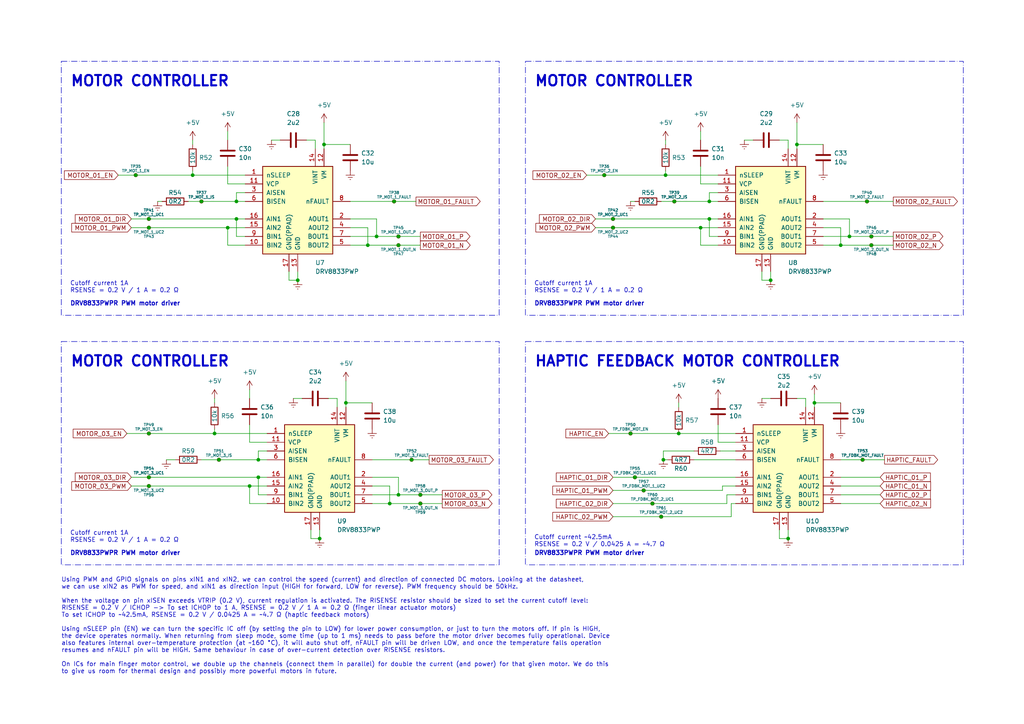
<source format=kicad_sch>
(kicad_sch (version 20231120) (generator "eeschema") (generator_version "8.0")
  (paper "A4")
  (title_block (title "OpenHand prosthetic hand controller project") (date "2024-01-31") (rev "v1.0") (comment 1 "Aleksa Heler"))
  (lib_symbols
    (symbol "Connector:TestPoint_Small" (pin_numbers hide) (pin_names (offset 0.762) hide)
      (property "Reference" "TP" (at 0 3.81 0))
      (property "Value" "TestPoint_Small" (at 0 2.032 0))
      (symbol "TestPoint_Small_0_1"
        (circle (center 0 0) (radius 0.508))
      )
      (symbol "TestPoint_Small_1_1"
        (pin passive line (at 0 0 90) (length 0) (name "1") (number "1"))
      )
    )
    (symbol "Device:C" (pin_numbers hide) (pin_names (offset 0.254))
      (property "Reference" "C" (at 0.635 2.54 0))
      (property "Value" "C" (at 0.635 -2.54 0))
      (symbol "C_0_1"
        (polyline (pts (xy -2.032 -0.762) (xy 2.032 -0.762)) (stroke (width 0.508)))
        (polyline (pts (xy -2.032 0.762) (xy 2.032 0.762)) (stroke (width 0.508)))
      )
      (symbol "C_1_1"
        (pin passive line (at 0 3.81 270) (length 2.794) (name "~") (number "1"))
        (pin passive line (at 0 -3.81 90) (length 2.794) (name "~") (number "2"))
      )
    )
    (symbol "Device:R" (pin_numbers hide) (pin_names (offset 0))
      (property "Reference" "R" (at 2.032 0 90))
      (property "Value" "R" (at 0 0 90))
      (symbol "R_0_1"
        (rectangle (start -1.016 -2.54) (end 1.016 2.54) (stroke (width 0.254)))
      )
      (symbol "R_1_1"
        (pin passive line (at 0 3.81 270) (length 1.27) (name "~") (number "1"))
        (pin passive line (at 0 -3.81 90) (length 1.27) (name "~") (number "2"))
      )
    )
    (symbol "Driver_Motor:DRV8833PWP" (pin_names (offset 1.016))
      (property "Reference" "U" (at -3.81 16.51 0))
      (property "Value" "DRV8833PWP" (at -3.81 13.97 0))
      (symbol "DRV8833PWP_0_1"
        (rectangle (start -10.16 12.7) (end 10.16 -12.7) (stroke (width 0.254)) (fill (type background)))
      )
      (symbol "DRV8833PWP_1_1"
        (pin input line (at -15.24 10.16 0) (length 5.08) (name "nSLEEP") (number "1"))
        (pin input line (at -15.24 -10.16 0) (length 5.08) (name "BIN2") (number "10"))
        (pin bidirectional line (at -15.24 7.62 0) (length 5.08) (name "VCP") (number "11"))
        (pin power_in line (at 7.62 17.78 270) (length 5.08) (name "VM") (number "12"))
        (pin power_in line (at 0 -17.78 90) (length 5.08) (name "GND") (number "13"))
        (pin power_in line (at 5.08 17.78 270) (length 5.08) (name "VINT") (number "14"))
        (pin input line (at -15.24 -5.08 0) (length 5.08) (name "AIN2") (number "15"))
        (pin input line (at -15.24 -2.54 0) (length 5.08) (name "AIN1") (number "16"))
        (pin power_in line (at -2.54 -17.78 90) (length 5.08) (name "GND(PPAD)") (number "17"))
        (pin power_out line (at 15.24 -2.54 180) (length 5.08) (name "AOUT1") (number "2"))
        (pin bidirectional line (at -15.24 5.08 0) (length 5.08) (name "AISEN") (number "3"))
        (pin power_out line (at 15.24 -5.08 180) (length 5.08) (name "AOUT2") (number "4"))
        (pin power_out line (at 15.24 -10.16 180) (length 5.08) (name "BOUT2") (number "5"))
        (pin bidirectional line (at -15.24 2.54 0) (length 5.08) (name "BISEN") (number "6"))
        (pin power_out line (at 15.24 -7.62 180) (length 5.08) (name "BOUT1") (number "7"))
        (pin open_collector line (at 15.24 2.54 180) (length 5.08) (name "nFAULT") (number "8"))
        (pin input line (at -15.24 -7.62 0) (length 5.08) (name "BIN1") (number "9"))
      )
    )
    (symbol "power:+5V" (power) (pin_names (offset 0))
      (property "Value" "+5V" (at 0 3.556 0))
      (symbol "+5V_0_1"
        (polyline (pts (xy -0.762 1.27) (xy 0 2.54)))
        (polyline (pts (xy 0 0) (xy 0 2.54)))
        (polyline (pts (xy 0 2.54) (xy 0.762 1.27)))
      )
      (symbol "+5V_1_1"
        (pin power_in line (at 0 0 90) (length 0) hide (name "+5V") (number "1"))
      )
    )
    (symbol "power:Earth" (power) (pin_names (offset 0))
      (symbol "Earth_0_1"
        (polyline (pts (xy -0.635 -1.905) (xy 0.635 -1.905)))
        (polyline (pts (xy -0.127 -2.54) (xy 0.127 -2.54)))
        (polyline (pts (xy 0 -1.27) (xy 0 0)))
        (polyline (pts (xy 1.27 -1.27) (xy -1.27 -1.27)))
      )
      (symbol "Earth_1_1"
        (pin power_in line (at 0 0 270) (length 0) hide (name "Earth") (number "1"))
      )
    )
  )
  (junction (at 74.93 138.43))
  (junction (at 193.04 50.8))
  (junction (at 115.57 68.58))
  (junction (at 115.57 71.12))
  (junction (at 205.74 63.5))
  (junction (at 251.46 58.42))
  (junction (at 93.98 41.91))
  (junction (at 191.77 149.86))
  (junction (at 175.26 50.8))
  (junction (at 177.8 66.04))
  (junction (at 68.58 58.42))
  (junction (at 62.23 125.73))
  (junction (at 43.18 66.04))
  (junction (at 192.405 133.35))
  (junction (at 252.73 71.12))
  (junction (at 74.93 133.35))
  (junction (at 55.88 50.8))
  (junction (at 114.3 58.42))
  (junction (at 121.92 143.51))
  (junction (at 205.74 58.42))
  (junction (at 121.92 146.05))
  (junction (at 184.15 138.43))
  (junction (at 250.19 133.35))
  (junction (at 63.5 133.35))
  (junction (at 196.85 125.73))
  (junction (at 243.84 71.12))
  (junction (at 246.38 68.58))
  (junction (at 72.39 140.97))
  (junction (at 113.03 146.05))
  (junction (at 58.42 58.42))
  (junction (at 86.36 81.28))
  (junction (at 195.58 58.42))
  (junction (at 189.23 146.05))
  (junction (at 109.22 68.58))
  (junction (at 43.18 63.5))
  (junction (at 231.14 41.91))
  (junction (at 186.69 142.24))
  (junction (at 252.73 68.58))
  (junction (at 43.18 140.97))
  (junction (at 43.18 138.43))
  (junction (at 43.18 125.73))
  (junction (at 182.88 125.73))
  (junction (at 39.37 50.8))
  (junction (at 119.38 133.35))
  (junction (at 68.58 63.5))
  (junction (at 115.57 143.51))
  (junction (at 223.52 81.28))
  (junction (at 100.33 116.84))
  (junction (at 203.2 66.04))
  (junction (at 92.71 156.21))
  (junction (at 66.04 66.04))
  (junction (at 177.8 63.5))
  (junction (at 236.22 116.84))
  (junction (at 106.68 71.12))
  (junction (at 228.6 156.21))
  (wire (pts (xy 203.2 66.04) (xy 203.2 71.12)))
  (wire (pts (xy 106.68 71.12) (xy 115.57 71.12)))
  (wire (pts (xy 63.5 133.35) (xy 74.93 133.35)))
  (wire (pts (xy 106.68 71.12) (xy 101.6 71.12)))
  (wire (pts (xy 66.04 53.34) (xy 71.12 53.34)))
  (wire (pts (xy 68.58 68.58) (xy 71.12 68.58)))
  (wire (pts (xy 209.55 142.24) (xy 209.55 140.97)))
  (wire (pts (xy 66.04 38.1) (xy 66.04 40.64)))
  (wire (pts (xy 71.12 66.04) (xy 66.04 66.04)))
  (wire (pts (xy 86.36 78.74) (xy 86.36 81.28)))
  (wire (pts (xy 106.68 66.04) (xy 106.68 71.12)))
  (wire (pts (xy 201.295 133.35) (xy 213.36 133.35)))
  (wire (pts (xy 107.95 143.51) (xy 115.57 143.51)))
  (wire (pts (xy 175.26 50.8) (xy 193.04 50.8)))
  (wire (pts (xy 191.77 149.86) (xy 212.09 149.86)))
  (wire (pts (xy 205.74 55.88) (xy 205.74 58.42)))
  (wire (pts (xy 233.68 115.57) (xy 233.68 118.11)))
  (wire (pts (xy 205.74 58.42) (xy 208.28 58.42)))
  (wire (pts (xy 113.03 140.97) (xy 113.03 146.05)))
  (wire (pts (xy 38.1 63.5) (xy 43.18 63.5)))
  (wire (pts (xy 177.8 146.05) (xy 189.23 146.05)))
  (wire (pts (xy 107.95 133.35) (xy 119.38 133.35)))
  (wire (pts (xy 85.09 115.57) (xy 87.63 115.57)))
  (wire (pts (xy 43.18 63.5) (xy 68.58 63.5)))
  (wire (pts (xy 238.76 66.04) (xy 243.84 66.04)))
  (wire (pts (xy 210.82 143.51) (xy 210.82 146.05)))
  (wire (pts (xy 115.57 71.12) (xy 121.92 71.12)))
  (wire (pts (xy 170.18 50.8) (xy 175.26 50.8)))
  (wire (pts (xy 114.3 58.42) (xy 120.65 58.42)))
  (wire (pts (xy 115.57 68.58) (xy 121.92 68.58)))
  (wire (pts (xy 83.82 81.28) (xy 86.36 81.28)))
  (wire (pts (xy 193.04 40.64) (xy 193.04 41.91)))
  (wire (pts (xy 54.61 58.42) (xy 58.42 58.42)))
  (wire (pts (xy 93.98 41.91) (xy 93.98 43.18)))
  (wire (pts (xy 38.1 140.97) (xy 43.18 140.97)))
  (wire (pts (xy 203.2 53.34) (xy 208.28 53.34)))
  (wire (pts (xy 66.04 48.26) (xy 66.04 53.34)))
  (wire (pts (xy 215.9 40.64) (xy 218.44 40.64)))
  (wire (pts (xy 68.58 63.5) (xy 68.58 68.58)))
  (wire (pts (xy 93.98 35.56) (xy 93.98 41.91)))
  (wire (pts (xy 101.6 66.04) (xy 106.68 66.04)))
  (wire (pts (xy 220.98 78.74) (xy 220.98 81.28)))
  (wire (pts (xy 209.55 140.97) (xy 213.36 140.97)))
  (wire (pts (xy 208.28 123.19) (xy 208.28 128.27)))
  (wire (pts (xy 107.95 140.97) (xy 113.03 140.97)))
  (wire (pts (xy 101.6 68.58) (xy 109.22 68.58)))
  (wire (pts (xy 182.88 58.42) (xy 184.15 58.42)))
  (wire (pts (xy 208.915 130.81) (xy 213.36 130.81)))
  (wire (pts (xy 186.69 142.24) (xy 209.55 142.24)))
  (wire (pts (xy 109.22 68.58) (xy 115.57 68.58)))
  (wire (pts (xy 192.405 133.35) (xy 193.675 133.35)))
  (wire (pts (xy 251.46 58.42) (xy 259.08 58.42)))
  (wire (pts (xy 176.53 125.73) (xy 182.88 125.73)))
  (wire (pts (xy 72.39 113.03) (xy 72.39 115.57)))
  (wire (pts (xy 220.98 115.57) (xy 223.52 115.57)))
  (wire (pts (xy 74.93 133.35) (xy 77.47 133.35)))
  (wire (pts (xy 177.8 63.5) (xy 205.74 63.5)))
  (wire (pts (xy 236.22 116.84) (xy 243.84 116.84)))
  (wire (pts (xy 226.06 153.67) (xy 226.06 156.21)))
  (wire (pts (xy 246.38 68.58) (xy 252.73 68.58)))
  (wire (pts (xy 231.14 41.91) (xy 231.14 43.18)))
  (wire (pts (xy 71.12 63.5) (xy 68.58 63.5)))
  (wire (pts (xy 228.6 153.67) (xy 228.6 156.21)))
  (wire (pts (xy 226.06 156.21) (xy 228.6 156.21)))
  (wire (pts (xy 74.93 138.43) (xy 74.93 143.51)))
  (wire (pts (xy 55.88 40.64) (xy 55.88 41.91)))
  (wire (pts (xy 246.38 63.5) (xy 246.38 68.58)))
  (wire (pts (xy 184.15 138.43) (xy 213.36 138.43)))
  (wire (pts (xy 62.23 125.73) (xy 77.47 125.73)))
  (wire (pts (xy 113.03 146.05) (xy 121.92 146.05)))
  (wire (pts (xy 203.2 48.26) (xy 203.2 53.34)))
  (wire (pts (xy 205.74 63.5) (xy 208.28 63.5)))
  (wire (pts (xy 203.2 38.1) (xy 203.2 40.64)))
  (wire (pts (xy 172.72 63.5) (xy 177.8 63.5)))
  (wire (pts (xy 223.52 78.74) (xy 223.52 81.28)))
  (wire (pts (xy 77.47 130.81) (xy 74.93 130.81)))
  (wire (pts (xy 58.42 58.42) (xy 68.58 58.42)))
  (wire (pts (xy 192.405 130.81) (xy 192.405 133.35)))
  (wire (pts (xy 177.8 142.24) (xy 186.69 142.24)))
  (wire (pts (xy 43.18 125.73) (xy 62.23 125.73)))
  (wire (pts (xy 238.76 63.5) (xy 246.38 63.5)))
  (wire (pts (xy 220.98 81.28) (xy 223.52 81.28)))
  (wire (pts (xy 177.8 66.04) (xy 203.2 66.04)))
  (wire (pts (xy 231.14 41.91) (xy 238.76 41.91)))
  (wire (pts (xy 43.18 140.97) (xy 72.39 140.97)))
  (wire (pts (xy 203.2 66.04) (xy 208.28 66.04)))
  (wire (pts (xy 193.04 49.53) (xy 193.04 50.8)))
  (wire (pts (xy 101.6 58.42) (xy 114.3 58.42)))
  (wire (pts (xy 243.84 66.04) (xy 243.84 71.12)))
  (wire (pts (xy 243.84 71.12) (xy 238.76 71.12)))
  (wire (pts (xy 43.18 138.43) (xy 74.93 138.43)))
  (wire (pts (xy 48.26 133.35) (xy 50.8 133.35)))
  (wire (pts (xy 43.18 66.04) (xy 66.04 66.04)))
  (wire (pts (xy 100.33 110.49) (xy 100.33 116.84)))
  (wire (pts (xy 231.14 35.56) (xy 231.14 41.91)))
  (wire (pts (xy 71.12 55.88) (xy 68.58 55.88)))
  (wire (pts (xy 250.19 133.35) (xy 256.54 133.35)))
  (wire (pts (xy 252.73 68.58) (xy 259.08 68.58)))
  (wire (pts (xy 236.22 116.84) (xy 236.22 118.11)))
  (wire (pts (xy 121.92 146.05) (xy 128.27 146.05)))
  (wire (pts (xy 55.88 49.53) (xy 55.88 50.8)))
  (wire (pts (xy 62.23 124.46) (xy 62.23 125.73)))
  (wire (pts (xy 58.42 133.35) (xy 63.5 133.35)))
  (wire (pts (xy 39.37 50.8) (xy 55.88 50.8)))
  (wire (pts (xy 74.93 130.81) (xy 74.93 133.35)))
  (wire (pts (xy 38.1 138.43) (xy 43.18 138.43)))
  (wire (pts (xy 83.82 78.74) (xy 83.82 81.28)))
  (wire (pts (xy 100.33 116.84) (xy 107.95 116.84)))
  (wire (pts (xy 97.79 115.57) (xy 97.79 118.11)))
  (wire (pts (xy 100.33 116.84) (xy 100.33 118.11)))
  (wire (pts (xy 236.22 114.3) (xy 236.22 116.84)))
  (wire (pts (xy 92.71 153.67) (xy 92.71 156.21)))
  (wire (pts (xy 252.73 71.12) (xy 259.08 71.12)))
  (wire (pts (xy 78.74 40.64) (xy 81.28 40.64)))
  (wire (pts (xy 107.95 138.43) (xy 115.57 138.43)))
  (wire (pts (xy 177.8 138.43) (xy 184.15 138.43)))
  (wire (pts (xy 243.84 140.97) (xy 255.27 140.97)))
  (wire (pts (xy 93.98 41.91) (xy 101.6 41.91)))
  (wire (pts (xy 72.39 123.19) (xy 72.39 128.27)))
  (wire (pts (xy 243.84 146.05) (xy 255.27 146.05)))
  (wire (pts (xy 193.04 50.8) (xy 208.28 50.8)))
  (wire (pts (xy 72.39 128.27) (xy 77.47 128.27)))
  (wire (pts (xy 121.92 143.51) (xy 128.27 143.51)))
  (wire (pts (xy 55.88 50.8) (xy 71.12 50.8)))
  (wire (pts (xy 231.14 115.57) (xy 233.68 115.57)))
  (wire (pts (xy 77.47 138.43) (xy 74.93 138.43)))
  (wire (pts (xy 205.74 63.5) (xy 205.74 68.58)))
  (wire (pts (xy 189.23 146.05) (xy 210.82 146.05)))
  (wire (pts (xy 36.83 125.73) (xy 43.18 125.73)))
  (wire (pts (xy 243.84 133.35) (xy 250.19 133.35)))
  (wire (pts (xy 182.88 125.73) (xy 196.85 125.73)))
  (wire (pts (xy 66.04 66.04) (xy 66.04 71.12)))
  (wire (pts (xy 201.295 130.81) (xy 192.405 130.81)))
  (wire (pts (xy 177.8 149.86) (xy 191.77 149.86)))
  (wire (pts (xy 243.84 138.43) (xy 255.27 138.43)))
  (wire (pts (xy 90.17 156.21) (xy 92.71 156.21)))
  (wire (pts (xy 45.72 58.42) (xy 46.99 58.42)))
  (wire (pts (xy 243.84 71.12) (xy 252.73 71.12)))
  (wire (pts (xy 119.38 133.35) (xy 124.46 133.35)))
  (wire (pts (xy 203.2 71.12) (xy 208.28 71.12)))
  (wire (pts (xy 115.57 138.43) (xy 115.57 143.51)))
  (wire (pts (xy 195.58 58.42) (xy 205.74 58.42)))
  (wire (pts (xy 72.39 146.05) (xy 77.47 146.05)))
  (wire (pts (xy 77.47 140.97) (xy 72.39 140.97)))
  (wire (pts (xy 238.76 68.58) (xy 246.38 68.58)))
  (wire (pts (xy 208.28 55.88) (xy 205.74 55.88)))
  (wire (pts (xy 196.85 116.84) (xy 196.85 118.11)))
  (wire (pts (xy 243.84 143.51) (xy 255.27 143.51)))
  (wire (pts (xy 74.93 143.51) (xy 77.47 143.51)))
  (wire (pts (xy 191.77 58.42) (xy 195.58 58.42)))
  (wire (pts (xy 62.23 115.57) (xy 62.23 116.84)))
  (wire (pts (xy 101.6 63.5) (xy 109.22 63.5)))
  (wire (pts (xy 109.22 68.58) (xy 109.22 63.5)))
  (wire (pts (xy 34.29 50.8) (xy 39.37 50.8)))
  (wire (pts (xy 91.44 40.64) (xy 91.44 43.18)))
  (wire (pts (xy 212.09 146.05) (xy 213.36 146.05)))
  (wire (pts (xy 38.1 66.04) (xy 43.18 66.04)))
  (wire (pts (xy 68.58 58.42) (xy 71.12 58.42)))
  (wire (pts (xy 115.57 143.51) (xy 121.92 143.51)))
  (wire (pts (xy 205.74 68.58) (xy 208.28 68.58)))
  (wire (pts (xy 90.17 153.67) (xy 90.17 156.21)))
  (wire (pts (xy 213.36 143.51) (xy 210.82 143.51)))
  (wire (pts (xy 212.09 146.05) (xy 212.09 149.86)))
  (wire (pts (xy 238.76 58.42) (xy 251.46 58.42)))
  (wire (pts (xy 95.25 115.57) (xy 97.79 115.57)))
  (wire (pts (xy 66.04 71.12) (xy 71.12 71.12)))
  (wire (pts (xy 72.39 140.97) (xy 72.39 146.05)))
  (wire (pts (xy 113.03 146.05) (xy 107.95 146.05)))
  (wire (pts (xy 88.9 40.64) (xy 91.44 40.64)))
  (wire (pts (xy 172.72 66.04) (xy 177.8 66.04)))
  (wire (pts (xy 68.58 55.88) (xy 68.58 58.42)))
  (wire (pts (xy 196.85 125.73) (xy 213.36 125.73)))
  (wire (pts (xy 208.28 128.27) (xy 213.36 128.27)))
  (wire (pts (xy 228.6 40.64) (xy 228.6 43.18)))
  (wire (pts (xy 226.06 40.64) (xy 228.6 40.64)))
  (rectangle (start 17.78 99.06) (end 144.78 163.83) (stroke (width 0) (type dash_dot)))
  (rectangle (start 17.78 17.78) (end 144.78 91.44) (stroke (width 0) (type dash_dot)))
  (rectangle (start 152.4 99.06) (end 279.4 163.83) (stroke (width 0) (type dash_dot)))
  (rectangle (start 152.4 17.78) (end 279.4 91.44) (stroke (width 0) (type dash_dot)))
  (text "Cutoff current 1A\nRSENSE = 0.2 V / 1 A = 0.2 Ω" (at 154.94 85.09 0) (effects (font (size 1.27 1.27)) (justify left bottom)))
  (text "MOTOR CONTROLLER" (at 20.32 25.4 0) (effects (font (size 3 3) (thickness 0.6) (bold yes)) (justify left bottom)))
  (text "DRV8833PWPR PWM motor driver" (at 154.94 161.29 0) (effects (font (size 1.27 1.27) (thickness 0.254) (bold yes)) (justify left bottom)))
  (text "DRV8833PWPR PWM motor driver" (at 20.32 161.29 0) (effects (font (size 1.27 1.27) (thickness 0.254) (bold yes)) (justify left bottom)))
  (text "HAPTIC FEEDBACK MOTOR CONTROLLER" (at 154.94 106.68 0) (effects (font (size 3 3) (thickness 0.6) (bold yes)) (justify left bottom)))
  (text "Using PWM and GPIO signals on pins xIN1 and xIN2, we can control the speed (current) and direction of connected DC motors. Looking at the datasheet, \nwe can use xIN2 as PWM for speed, and xIN1 as direction input (HIGH for forward, LOW for reverse). PWM frequency should be 50kHz.\n\nWhen the voltage on pin xISEN exceeds VTRIP (0.2 V), current regulation is activated. The RISENSE resistor should be sized to set the current cutoff level:\nRISENSE = 0.2 V / ICHOP -> To set ICHOP to 1 A, RSENSE = 0.2 V / 1 A = 0.2 Ω (finger linear actuator motors)\nTo set ICHOP to ~42.5mA, RSENSE = 0.2 V / 0.0425 A = ~4.7 Ω (haptic feedback motors)\n\nUsing nSLEEP pin (EN) we can turn the specific IC off (by setting the pin to LOW) for lower power consumption, or just to turn the motors off. If pin is HIGH, \nthe device operates normally. When returning from sleep mode, some time (up to 1 ms) needs to pass before the motor driver becomes fully operational. Device \nalso features internal over-temperature protection (at ~160 °C), it will auto shut off, nFAULT pin will be driven LOW, and once the temperature falls operation \nresumes and nFAULT pin will be HIGH. Same behaviour in case of over-current detection over RISENSE resistors.\n\nOn ICs for main finger motor control, we double up the channels (connect them in parallel) for double the current (and power) for that given motor. We do this \nto give us room for thermal design and possibly more powerful motors in future." (at 17.78 195.58 0) (effects (font (size 1.27 1.27)) (justify left bottom)))
  (text "MOTOR CONTROLLER" (at 20.32 106.68 0) (effects (font (size 3 3) (thickness 0.6) (bold yes)) (justify left bottom)))
  (text "MOTOR CONTROLLER" (at 154.94 25.4 0) (effects (font (size 3 3) (thickness 0.6) (bold yes)) (justify left bottom)))
  (text "DRV8833PWPR PWM motor driver" (at 20.32 88.9 0) (effects (font (size 1.27 1.27) (thickness 0.254) (bold yes)) (justify left bottom)))
  (text "Cutoff current 1A\nRSENSE = 0.2 V / 1 A = 0.2 Ω" (at 20.32 85.09 0) (effects (font (size 1.27 1.27)) (justify left bottom)))
  (text "Cutoff current ~42.5mA\nRSENSE = 0.2 V / 0.0425 A = ~4.7 Ω" (at 154.94 158.75 0) (effects (font (size 1.27 1.27)) (justify left bottom)))
  (text "DRV8833PWPR PWM motor driver" (at 154.94 88.9 0) (effects (font (size 1.27 1.27) (thickness 0.254) (bold yes)) (justify left bottom)))
  (text "Cutoff current 1A\nRSENSE = 0.2 V / 1 A = 0.2 Ω" (at 20.32 157.48 0) (effects (font (size 1.27 1.27)) (justify left bottom)))
  (global_label "MOTOR_01_DIR" (shape input) (at 38.1 63.5 180) (property "Intersheetrefs" "${INTERSHEET_REFS}" (effects (hide yes))))
  (global_label "MOTOR_01_EN" (shape input) (at 34.29 50.8 180) (property "Intersheetrefs" "${INTERSHEET_REFS}" (effects (hide yes))))
  (global_label "MOTOR_03_N" (shape output) (at 128.27 146.05 0) (property "Intersheetrefs" "${INTERSHEET_REFS}" (effects (hide yes))))
  (global_label "MOTOR_02_N" (shape output) (at 259.08 71.12 0) (property "Intersheetrefs" "${INTERSHEET_REFS}" (effects (hide yes))))
  (global_label "MOTOR_02_EN" (shape input) (at 170.18 50.8 180) (property "Intersheetrefs" "${INTERSHEET_REFS}" (effects (hide yes))))
  (global_label "HAPTIC_02_P" (shape input) (at 255.27 143.51 0) (property "Intersheetrefs" "${INTERSHEET_REFS}" (effects (hide yes))))
  (global_label "HAPTIC_01_DIR" (shape input) (at 177.8 138.43 180) (property "Intersheetrefs" "${INTERSHEET_REFS}" (effects (hide yes))))
  (global_label "MOTOR_02_FAULT" (shape output) (at 259.08 58.42 0) (property "Intersheetrefs" "${INTERSHEET_REFS}" (effects (hide yes))))
  (global_label "HAPTIC_02_DIR" (shape input) (at 177.8 146.05 180) (property "Intersheetrefs" "${INTERSHEET_REFS}" (effects (hide yes))))
  (global_label "HAPTIC_01_P" (shape input) (at 255.27 138.43 0) (property "Intersheetrefs" "${INTERSHEET_REFS}" (effects (hide yes))))
  (global_label "HAPTIC_FAULT" (shape output) (at 256.54 133.35 0) (property "Intersheetrefs" "${INTERSHEET_REFS}" (effects (hide yes))))
  (global_label "MOTOR_01_N" (shape output) (at 121.92 71.12 0) (property "Intersheetrefs" "${INTERSHEET_REFS}" (effects (hide yes))))
  (global_label "MOTOR_01_P" (shape output) (at 121.92 68.58 0) (property "Intersheetrefs" "${INTERSHEET_REFS}" (effects (hide yes))))
  (global_label "MOTOR_03_DIR" (shape input) (at 38.1 138.43 180) (property "Intersheetrefs" "${INTERSHEET_REFS}" (effects (hide yes))))
  (global_label "MOTOR_03_P" (shape output) (at 128.27 143.51 0) (property "Intersheetrefs" "${INTERSHEET_REFS}" (effects (hide yes))))
  (global_label "MOTOR_01_PWM" (shape input) (at 38.1 66.04 180) (property "Intersheetrefs" "${INTERSHEET_REFS}" (effects (hide yes))))
  (global_label "MOTOR_02_PWM" (shape input) (at 172.72 66.04 180) (property "Intersheetrefs" "${INTERSHEET_REFS}" (effects (hide yes))))
  (global_label "HAPTIC_02_PWM" (shape input) (at 177.8 149.86 180) (property "Intersheetrefs" "${INTERSHEET_REFS}" (effects (hide yes))))
  (global_label "HAPTIC_02_N" (shape input) (at 255.27 146.05 0) (property "Intersheetrefs" "${INTERSHEET_REFS}" (effects (hide yes))))
  (global_label "MOTOR_01_FAULT" (shape output) (at 120.65 58.42 0) (property "Intersheetrefs" "${INTERSHEET_REFS}" (effects (hide yes))))
  (global_label "HAPTIC_EN" (shape input) (at 176.53 125.73 180) (property "Intersheetrefs" "${INTERSHEET_REFS}" (effects (hide yes))))
  (global_label "MOTOR_03_PWM" (shape input) (at 38.1 140.97 180) (property "Intersheetrefs" "${INTERSHEET_REFS}" (effects (hide yes))))
  (global_label "HAPTIC_01_PWM" (shape input) (at 177.8 142.24 180) (property "Intersheetrefs" "${INTERSHEET_REFS}" (effects (hide yes))))
  (global_label "HAPTIC_01_N" (shape input) (at 255.27 140.97 0) (property "Intersheetrefs" "${INTERSHEET_REFS}" (effects (hide yes))))
  (global_label "MOTOR_02_P" (shape output) (at 259.08 68.58 0) (property "Intersheetrefs" "${INTERSHEET_REFS}" (effects (hide yes))))
  (global_label "MOTOR_03_EN" (shape input) (at 36.83 125.73 180) (property "Intersheetrefs" "${INTERSHEET_REFS}" (effects (hide yes))))
  (global_label "MOTOR_02_DIR" (shape input) (at 172.72 63.5 180) (property "Intersheetrefs" "${INTERSHEET_REFS}" (effects (hide yes))))
  (global_label "MOTOR_03_FAULT" (shape output) (at 124.46 133.35 0) (property "Intersheetrefs" "${INTERSHEET_REFS}" (effects (hide yes))))
  (symbol (lib_id "power:Earth") (at 223.52 81.28 0) (unit 1)
    (property "Reference" "#PWR085" (effects (hide yes)))
    (property "Value" "Earth" (effects (hide yes)))
  )
  (symbol (lib_id "Driver_Motor:DRV8833PWP") (at 92.71 135.89 0) (unit 1)
    (property "Reference" "U9" (at 97.79 151.13 0) (effects (justify left)))
    (property "Value" "DRV8833PWP" (at 97.79 153.67 0) (effects (justify left)))
    (property "Footprint" "Package_SO:HTSSOP-16-1EP_4.4x5mm_P0.65mm_EP3.4x5mm_Mask2.46x2.31mm_ThermalVias" (effects (hide yes)))
    (property "Datasheet" "http://www.ti.com/lit/ds/symlink/drv8833.pdf" (effects (hide yes)))
  )
  (symbol (lib_id "Device:C") (at 101.6 45.72 0) (unit 1)
    (property "Reference" "C32" (at 106.68 44.45 0))
    (property "Value" "10u" (at 106.68 46.99 0))
    (property "Footprint" "Capacitor_SMD:C_0805_2012Metric" (effects (hide yes)))
  )
  (symbol (lib_id "Device:C") (at 208.28 119.38 0) (unit 1)
    (property "Reference" "C37" (at 213.36 118.11 0))
    (property "Value" "10n" (at 213.36 120.65 0))
    (property "Footprint" "Capacitor_SMD:C_0805_2012Metric" (effects (hide yes)))
  )
  (symbol (lib_id "power:+5V") (at 203.2 38.1 0) (unit 1)
    (property "Reference" "#PWR075" (effects (hide yes)))
    (property "Value" "+5V" (at 203.2 33.02 0))
  )
  (symbol (lib_id "Driver_Motor:DRV8833PWP") (at 223.52 60.96 0) (unit 1)
    (property "Reference" "U8" (at 228.6 76.2 0) (effects (justify left)))
    (property "Value" "DRV8833PWP" (at 228.6 78.74 0) (effects (justify left)))
    (property "Footprint" "Package_SO:HTSSOP-16-1EP_4.4x5mm_P0.65mm_EP3.4x5mm_Mask2.46x2.31mm_ThermalVias" (effects (hide yes)))
    (property "Datasheet" "http://www.ti.com/lit/ds/symlink/drv8833.pdf" (effects (hide yes)))
  )
  (symbol (lib_id "Connector:TestPoint_Small") (at 121.92 146.05 0) (unit 1)
    (property "Reference" "TP59" (at 121.92 148.59 0) (effects (font (size 0.8 0.8))))
    (property "Value" "TP_MOT_3_OUT_N" (at 121.92 147.32 0) (effects (font (size 0.8 0.8))))
    (property "Footprint" "TestPoint:TestPoint_Pad_D1.0mm" (effects (hide yes)))
  )
  (symbol (lib_id "power:Earth") (at 243.84 124.46 0) (unit 1)
    (property "Reference" "#PWR095" (effects (hide yes)))
    (property "Value" "Earth" (effects (hide yes)))
  )
  (symbol (lib_id "power:+5V") (at 93.98 35.56 0) (unit 1)
    (property "Reference" "#PWR072" (effects (hide yes)))
    (property "Value" "+5V" (at 93.98 30.48 0))
  )
  (symbol (lib_id "Device:R") (at 62.23 120.65 180) (unit 1)
    (property "Reference" "R56" (at 66.04 120.65 0))
    (property "Value" "10k" (at 62.23 120.65 90))
    (property "Footprint" "Resistor_SMD:R_0805_2012Metric" (effects (hide yes)))
  )
  (symbol (lib_id "Connector:TestPoint_Small") (at 182.88 125.73 180) (unit 1)
    (property "Reference" "TP50" (at 182.88 123.19 0) (effects (font (size 0.8 0.8))))
    (property "Value" "TP_FDBK_MOT_EN" (at 182.88 124.46 0) (effects (font (size 0.8 0.8))))
    (property "Footprint" "TestPoint:TestPoint_Pad_D1.0mm" (effects (hide yes)))
  )
  (symbol (lib_id "Device:C") (at 238.76 45.72 0) (unit 1)
    (property "Reference" "C33" (at 243.84 44.45 0))
    (property "Value" "10u" (at 243.84 46.99 0))
    (property "Footprint" "Capacitor_SMD:C_0805_2012Metric" (effects (hide yes)))
  )
  (symbol (lib_id "power:Earth") (at 192.405 133.35 0) (unit 1)
    (property "Reference" "#PWR097" (effects (hide yes)))
    (property "Value" "Earth" (effects (hide yes)))
  )
  (symbol (lib_id "Connector:TestPoint_Small") (at 58.42 58.42 180) (unit 1)
    (property "Reference" "TP37" (at 58.42 55.88 0) (effects (font (size 0.8 0.8))))
    (property "Value" "TP_MOT_1_IS" (at 58.42 57.15 0) (effects (font (size 0.8 0.8))))
    (property "Footprint" "TestPoint:TestPoint_Pad_D1.0mm" (effects (hide yes)))
  )
  (symbol (lib_id "power:+5V") (at 236.22 114.3 0) (unit 1)
    (property "Reference" "#PWR088" (effects (hide yes)))
    (property "Value" "+5V" (at 236.22 109.22 0))
  )
  (symbol (lib_id "Connector:TestPoint_Small") (at 177.8 63.5 180) (unit 1)
    (property "Reference" "TP42" (at 177.8 60.96 0) (effects (font (size 0.8 0.8))))
    (property "Value" "TP_MOT_2_UC1" (at 177.8 62.23 0) (effects (font (size 0.8 0.8))))
    (property "Footprint" "TestPoint:TestPoint_Pad_D1.0mm" (effects (hide yes)))
  )
  (symbol (lib_id "Connector:TestPoint_Small") (at 39.37 50.8 180) (unit 1)
    (property "Reference" "TP35" (at 39.37 48.26 0) (effects (font (size 0.8 0.8))))
    (property "Value" "TP_MOT_1_EN" (at 39.37 49.53 0) (effects (font (size 0.8 0.8))))
    (property "Footprint" "TestPoint:TestPoint_Pad_D1.0mm" (effects (hide yes)))
  )
  (symbol (lib_id "Connector:TestPoint_Small") (at 115.57 68.58 180) (unit 1)
    (property "Reference" "TP45" (at 115.57 66.04 0) (effects (font (size 0.8 0.8))))
    (property "Value" "TP_MOT_1_OUT_P" (at 115.57 67.31 0) (effects (font (size 0.8 0.8))))
    (property "Footprint" "TestPoint:TestPoint_Pad_D1.0mm" (effects (hide yes)))
  )
  (symbol (lib_id "Device:C") (at 91.44 115.57 90) (unit 1)
    (property "Reference" "C34" (at 91.44 107.95 90))
    (property "Value" "2u2" (at 91.44 110.49 90))
    (property "Footprint" "Capacitor_SMD:C_0805_2012Metric" (effects (hide yes)))
  )
  (symbol (lib_id "Connector:TestPoint_Small") (at 184.15 138.43 180) (unit 1)
    (property "Reference" "TP55" (at 184.15 135.89 0) (effects (font (size 0.8 0.8))))
    (property "Value" "TP_FDBK_MOT_1_UC1" (at 184.15 137.16 0) (effects (font (size 0.8 0.8))))
    (property "Footprint" "TestPoint:TestPoint_Pad_D1.0mm" (effects (hide yes)))
  )
  (symbol (lib_id "power:+5V") (at 72.39 113.03 0) (unit 1)
    (property "Reference" "#PWR087" (effects (hide yes)))
    (property "Value" "+5V" (at 72.39 107.95 0))
  )
  (symbol (lib_id "Connector:TestPoint_Small") (at 252.73 71.12 0) (unit 1)
    (property "Reference" "TP48" (at 252.73 73.66 0) (effects (font (size 0.8 0.8))))
    (property "Value" "TP_MOT_2_OUT_N" (at 252.73 72.39 0) (effects (font (size 0.8 0.8))))
    (property "Footprint" "TestPoint:TestPoint_Pad_D1.0mm" (effects (hide yes)))
  )
  (symbol (lib_id "power:Earth") (at 220.98 115.57 0) (unit 1)
    (property "Reference" "#PWR092" (effects (hide yes)))
    (property "Value" "Earth" (effects (hide yes)))
  )
  (symbol (lib_id "Connector:TestPoint_Small") (at 63.5 133.35 180) (unit 1)
    (property "Reference" "TP51" (at 63.5 130.81 0) (effects (font (size 0.8 0.8))))
    (property "Value" "TP_MOT_3_IS" (at 63.5 132.08 0) (effects (font (size 0.8 0.8))))
    (property "Footprint" "TestPoint:TestPoint_Pad_D1.0mm" (effects (hide yes)))
  )
  (symbol (lib_id "Device:C") (at 222.25 40.64 90) (unit 1)
    (property "Reference" "C29" (at 222.25 33.02 90))
    (property "Value" "2u2" (at 222.25 35.56 90))
    (property "Footprint" "Capacitor_SMD:C_0805_2012Metric" (effects (hide yes)))
  )
  (symbol (lib_id "power:Earth") (at 101.6 49.53 0) (unit 1)
    (property "Reference" "#PWR080" (effects (hide yes)))
    (property "Value" "Earth" (effects (hide yes)))
  )
  (symbol (lib_id "Device:R") (at 187.96 58.42 90) (unit 1)
    (property "Reference" "R55" (at 187.96 55.88 90))
    (property "Value" "0R2" (at 187.96 58.42 90))
    (property "Footprint" "Resistor_SMD:R_1206_3216Metric" (effects (hide yes)))
  )
  (symbol (lib_id "power:Earth") (at 215.9 40.64 0) (unit 1)
    (property "Reference" "#PWR079" (effects (hide yes)))
    (property "Value" "Earth" (effects (hide yes)))
  )
  (symbol (lib_id "Connector:TestPoint_Small") (at 177.8 66.04 0) (unit 1)
    (property "Reference" "TP44" (at 177.8 68.58 0) (effects (font (size 0.8 0.8))))
    (property "Value" "TP_MOT_2_UC2" (at 177.8 67.31 0) (effects (font (size 0.8 0.8))))
    (property "Footprint" "TestPoint:TestPoint_Pad_D1.0mm" (effects (hide yes)))
  )
  (symbol (lib_id "power:+5V") (at 231.14 35.56 0) (unit 1)
    (property "Reference" "#PWR073" (effects (hide yes)))
    (property "Value" "+5V" (at 231.14 30.48 0))
  )
  (symbol (lib_id "power:Earth") (at 182.88 58.42 0) (unit 1)
    (property "Reference" "#PWR083" (effects (hide yes)))
    (property "Value" "Earth" (effects (hide yes)))
  )
  (symbol (lib_id "power:Earth") (at 238.76 49.53 0) (unit 1)
    (property "Reference" "#PWR081" (effects (hide yes)))
    (property "Value" "Earth" (effects (hide yes)))
  )
  (symbol (lib_id "power:+5V") (at 208.28 115.57 0) (unit 1)
    (property "Reference" "#PWR091" (effects (hide yes)))
    (property "Value" "+5V" (at 208.28 110.49 0))
  )
  (symbol (lib_id "Device:R") (at 196.85 121.92 180) (unit 1)
    (property "Reference" "R57" (at 200.66 121.92 0))
    (property "Value" "10k" (at 196.85 121.92 90))
    (property "Footprint" "Resistor_SMD:R_0805_2012Metric" (effects (hide yes)))
  )
  (symbol (lib_id "Connector:TestPoint_Small") (at 114.3 58.42 180) (unit 1)
    (property "Reference" "TP38" (at 114.3 55.88 0) (effects (font (size 0.8 0.8))))
    (property "Value" "TP_MOT_1_FAULT" (at 114.3 57.15 0) (effects (font (size 0.8 0.8))))
    (property "Footprint" "TestPoint:TestPoint_Pad_D1.0mm" (effects (hide yes)))
  )
  (symbol (lib_id "Driver_Motor:DRV8833PWP") (at 86.36 60.96 0) (unit 1)
    (property "Reference" "U7" (at 91.44 76.2 0) (effects (justify left)))
    (property "Value" "DRV8833PWP" (at 91.44 78.74 0) (effects (justify left)))
    (property "Footprint" "Package_SO:HTSSOP-16-1EP_4.4x5mm_P0.65mm_EP3.4x5mm_Mask2.46x2.31mm_ThermalVias" (effects (hide yes)))
    (property "Datasheet" "http://www.ti.com/lit/ds/symlink/drv8833.pdf" (effects (hide yes)))
  )
  (symbol (lib_id "power:Earth") (at 92.71 156.21 0) (unit 1)
    (property "Reference" "#PWR098" (effects (hide yes)))
    (property "Value" "Earth" (effects (hide yes)))
  )
  (symbol (lib_id "Connector:TestPoint_Small") (at 115.57 71.12 0) (unit 1)
    (property "Reference" "TP47" (at 115.57 73.66 0) (effects (font (size 0.8 0.8))))
    (property "Value" "TP_MOT_1_OUT_N" (at 115.57 72.39 0) (effects (font (size 0.8 0.8))))
    (property "Footprint" "TestPoint:TestPoint_Pad_D1.0mm" (effects (hide yes)))
  )
  (symbol (lib_id "power:Earth") (at 45.72 58.42 0) (unit 1)
    (property "Reference" "#PWR082" (effects (hide yes)))
    (property "Value" "Earth" (effects (hide yes)))
  )
  (symbol (lib_id "Device:C") (at 66.04 44.45 0) (unit 1)
    (property "Reference" "C30" (at 71.12 43.18 0))
    (property "Value" "10n" (at 71.12 45.72 0))
    (property "Footprint" "Capacitor_SMD:C_0805_2012Metric" (effects (hide yes)))
  )
  (symbol (lib_id "power:Earth") (at 107.95 124.46 0) (unit 1)
    (property "Reference" "#PWR094" (effects (hide yes)))
    (property "Value" "Earth" (effects (hide yes)))
  )
  (symbol (lib_id "Connector:TestPoint_Small") (at 121.92 143.51 180) (unit 1)
    (property "Reference" "TP58" (at 121.92 140.97 0) (effects (font (size 0.8 0.8))))
    (property "Value" "TP_MOT_3_OUT_P" (at 121.92 142.24 0) (effects (font (size 0.8 0.8))))
    (property "Footprint" "TestPoint:TestPoint_Pad_D1.0mm" (effects (hide yes)))
  )
  (symbol (lib_id "Connector:TestPoint_Small") (at 251.46 58.42 180) (unit 1)
    (property "Reference" "TP40" (at 251.46 55.88 0) (effects (font (size 0.8 0.8))))
    (property "Value" "TP_MOT_2_FAULT" (at 251.46 57.15 0) (effects (font (size 0.8 0.8))))
    (property "Footprint" "TestPoint:TestPoint_Pad_D1.0mm" (effects (hide yes)))
  )
  (symbol (lib_id "power:Earth") (at 85.09 115.57 0) (unit 1)
    (property "Reference" "#PWR090" (effects (hide yes)))
    (property "Value" "Earth" (effects (hide yes)))
  )
  (symbol (lib_id "Connector:TestPoint_Small") (at 43.18 140.97 0) (unit 1)
    (property "Reference" "TP56" (at 43.18 143.51 0) (effects (font (size 0.8 0.8))))
    (property "Value" "TP_MOT_3_UC2" (at 43.18 142.24 0) (effects (font (size 0.8 0.8))))
    (property "Footprint" "TestPoint:TestPoint_Pad_D1.0mm" (effects (hide yes)))
  )
  (symbol (lib_id "Device:C") (at 227.33 115.57 90) (unit 1)
    (property "Reference" "C35" (at 227.33 109.22 90))
    (property "Value" "2u2" (at 227.33 111.76 90))
    (property "Footprint" "Capacitor_SMD:C_0805_2012Metric" (effects (hide yes)))
  )
  (symbol (lib_id "power:+5V") (at 193.04 40.64 0) (unit 1)
    (property "Reference" "#PWR078" (effects (hide yes)))
    (property "Value" "+5V" (at 193.04 35.56 0))
  )
  (symbol (lib_id "Device:C") (at 72.39 119.38 0) (unit 1)
    (property "Reference" "C36" (at 77.47 118.11 0))
    (property "Value" "10n" (at 77.47 120.65 0))
    (property "Footprint" "Capacitor_SMD:C_0805_2012Metric" (effects (hide yes)))
  )
  (symbol (lib_id "power:Earth") (at 48.26 133.35 0) (unit 1)
    (property "Reference" "#PWR096" (effects (hide yes)))
    (property "Value" "Earth" (effects (hide yes)))
  )
  (symbol (lib_id "Device:R") (at 50.8 58.42 90) (unit 1)
    (property "Reference" "R54" (at 50.8 55.88 90))
    (property "Value" "0R2" (at 50.8 58.42 90))
    (property "Footprint" "Resistor_SMD:R_1206_3216Metric" (effects (hide yes)))
  )
  (symbol (lib_id "Connector:TestPoint_Small") (at 119.38 133.35 180) (unit 1)
    (property "Reference" "TP52" (at 119.38 130.81 0) (effects (font (size 0.8 0.8))))
    (property "Value" "TP_MOT_3_FAULT" (at 119.38 132.08 0) (effects (font (size 0.8 0.8))))
    (property "Footprint" "TestPoint:TestPoint_Pad_D1.0mm" (effects (hide yes)))
  )
  (symbol (lib_id "power:+5V") (at 66.04 38.1 0) (unit 1)
    (property "Reference" "#PWR074" (effects (hide yes)))
    (property "Value" "+5V" (at 66.04 33.02 0))
  )
  (symbol (lib_id "power:+5V") (at 196.85 116.84 0) (unit 1)
    (property "Reference" "#PWR093" (effects (hide yes)))
    (property "Value" "+5V" (at 196.85 111.76 0))
  )
  (symbol (lib_id "Connector:TestPoint_Small") (at 250.19 133.35 180) (unit 1)
    (property "Reference" "TP53" (at 250.19 130.81 0) (effects (font (size 0.8 0.8))))
    (property "Value" "TP_FDBK_MOT_FAULT" (at 250.19 132.08 0) (effects (font (size 0.8 0.8))))
    (property "Footprint" "TestPoint:TestPoint_Pad_D1.0mm" (effects (hide yes)))
  )
  (symbol (lib_id "power:+5V") (at 100.33 110.49 0) (unit 1)
    (property "Reference" "#PWR086" (effects (hide yes)))
    (property "Value" "+5V" (at 100.33 105.41 0))
  )
  (symbol (lib_id "power:Earth") (at 78.74 40.64 0) (unit 1)
    (property "Reference" "#PWR077" (effects (hide yes)))
    (property "Value" "Earth" (effects (hide yes)))
  )
  (symbol (lib_id "Connector:TestPoint_Small") (at 195.58 58.42 180) (unit 1)
    (property "Reference" "TP39" (at 195.58 55.88 0) (effects (font (size 0.8 0.8))))
    (property "Value" "TP_MOT_2_IS" (at 195.58 57.15 0) (effects (font (size 0.8 0.8))))
    (property "Footprint" "TestPoint:TestPoint_Pad_D1.0mm" (effects (hide yes)))
  )
  (symbol (lib_id "Connector:TestPoint_Small") (at 189.23 146.05 180) (unit 1)
    (property "Reference" "TP60" (at 189.23 143.51 0) (effects (font (size 0.8 0.8))))
    (property "Value" "TP_FDBK_MOT_2_UC1" (at 189.23 144.78 0) (effects (font (size 0.8 0.8))))
    (property "Footprint" "TestPoint:TestPoint_Pad_D1.0mm" (effects (hide yes)))
  )
  (symbol (lib_id "Connector:TestPoint_Small") (at 43.18 125.73 180) (unit 1)
    (property "Reference" "TP49" (at 43.18 123.19 0) (effects (font (size 0.8 0.8))))
    (property "Value" "TP_MOT_3_EN" (at 43.18 124.46 0) (effects (font (size 0.8 0.8))))
    (property "Footprint" "TestPoint:TestPoint_Pad_D1.0mm" (effects (hide yes)))
  )
  (symbol (lib_id "Connector:TestPoint_Small") (at 43.18 66.04 0) (unit 1)
    (property "Reference" "TP43" (at 43.18 68.58 0) (effects (font (size 0.8 0.8))))
    (property "Value" "TP_MOT_1_UC2" (at 43.18 67.31 0) (effects (font (size 0.8 0.8))))
    (property "Footprint" "TestPoint:TestPoint_Pad_D1.0mm" (effects (hide yes)))
  )
  (symbol (lib_id "Connector:TestPoint_Small") (at 43.18 138.43 180) (unit 1)
    (property "Reference" "TP54" (at 43.18 135.89 0) (effects (font (size 0.8 0.8))))
    (property "Value" "TP_MOT_3_UC1" (at 43.18 137.16 0) (effects (font (size 0.8 0.8))))
    (property "Footprint" "TestPoint:TestPoint_Pad_D1.0mm" (effects (hide yes)))
  )
  (symbol (lib_id "Connector:TestPoint_Small") (at 175.26 50.8 180) (unit 1)
    (property "Reference" "TP36" (at 175.26 48.26 0) (effects (font (size 0.8 0.8))))
    (property "Value" "TP_MOT_2_EN" (at 175.26 49.53 0) (effects (font (size 0.8 0.8))))
    (property "Footprint" "TestPoint:TestPoint_Pad_D1.0mm" (effects (hide yes)))
  )
  (symbol (lib_id "Device:R") (at 55.88 45.72 180) (unit 1)
    (property "Reference" "R52" (at 59.69 45.72 0))
    (property "Value" "10k" (at 55.88 45.72 90))
    (property "Footprint" "Resistor_SMD:R_0805_2012Metric" (effects (hide yes)))
  )
  (symbol (lib_id "Connector:TestPoint_Small") (at 191.77 149.86 180) (unit 1)
    (property "Reference" "TP61" (at 191.77 147.32 0) (effects (font (size 0.8 0.8))))
    (property "Value" "TP_FDBK_MOT_2_UC2" (at 191.77 148.59 0) (effects (font (size 0.8 0.8))))
    (property "Footprint" "TestPoint:TestPoint_Pad_D1.0mm" (effects (hide yes)))
  )
  (symbol (lib_id "Device:R") (at 54.61 133.35 90) (unit 1)
    (property "Reference" "R59" (at 54.61 130.81 90))
    (property "Value" "0R2" (at 54.61 133.35 90))
    (property "Footprint" "Resistor_SMD:R_1206_3216Metric" (effects (hide yes)))
  )
  (symbol (lib_id "Connector:TestPoint_Small") (at 186.69 142.24 180) (unit 1)
    (property "Reference" "TP57" (at 186.69 139.7 0) (effects (font (size 0.8 0.8))))
    (property "Value" "TP_FDBK_MOT_1_UC2" (at 186.69 140.97 0) (effects (font (size 0.8 0.8))))
    (property "Footprint" "TestPoint:TestPoint_Pad_D1.0mm" (effects (hide yes)))
  )
  (symbol (lib_id "Device:C") (at 85.09 40.64 90) (unit 1)
    (property "Reference" "C28" (at 85.09 33.02 90))
    (property "Value" "2u2" (at 85.09 35.56 90))
    (property "Footprint" "Capacitor_SMD:C_0805_2012Metric" (effects (hide yes)))
  )
  (symbol (lib_id "Connector:TestPoint_Small") (at 252.73 68.58 180) (unit 1)
    (property "Reference" "TP46" (at 252.73 66.04 0) (effects (font (size 0.8 0.8))))
    (property "Value" "TP_MOT_2_OUT_P" (at 252.73 67.31 0) (effects (font (size 0.8 0.8))))
    (property "Footprint" "TestPoint:TestPoint_Pad_D1.0mm" (effects (hide yes)))
  )
  (symbol (lib_id "Device:C") (at 203.2 44.45 0) (unit 1)
    (property "Reference" "C31" (at 208.28 43.18 0))
    (property "Value" "10n" (at 208.28 45.72 0))
    (property "Footprint" "Capacitor_SMD:C_0805_2012Metric" (effects (hide yes)))
  )
  (symbol (lib_id "power:Earth") (at 86.36 81.28 0) (unit 1)
    (property "Reference" "#PWR084" (effects (hide yes)))
    (property "Value" "Earth" (effects (hide yes)))
  )
  (symbol (lib_id "power:+5V") (at 55.88 40.64 0) (unit 1)
    (property "Reference" "#PWR076" (effects (hide yes)))
    (property "Value" "+5V" (at 55.88 35.56 0))
  )
  (symbol (lib_id "power:Earth") (at 228.6 156.21 0) (unit 1)
    (property "Reference" "#PWR099" (effects (hide yes)))
    (property "Value" "Earth" (effects (hide yes)))
  )
  (symbol (lib_id "Driver_Motor:DRV8833PWP") (at 228.6 135.89 0) (unit 1)
    (property "Reference" "U10" (at 233.68 151.13 0) (effects (justify left)))
    (property "Value" "DRV8833PWP" (at 233.68 153.67 0) (effects (justify left)))
    (property "Footprint" "Package_SO:HTSSOP-16-1EP_4.4x5mm_P0.65mm_EP3.4x5mm_Mask2.46x2.31mm_ThermalVias" (effects (hide yes)))
    (property "Datasheet" "http://www.ti.com/lit/ds/symlink/drv8833.pdf" (effects (hide yes)))
  )
  (symbol (lib_id "Device:C") (at 107.95 120.65 0) (unit 1)
    (property "Reference" "C38" (at 113.03 119.38 0))
    (property "Value" "10u" (at 113.03 121.92 0))
    (property "Footprint" "Capacitor_SMD:C_0805_2012Metric" (effects (hide yes)))
  )
  (symbol (lib_id "Connector:TestPoint_Small") (at 43.18 63.5 180) (unit 1)
    (property "Reference" "TP41" (at 43.18 60.96 0) (effects (font (size 0.8 0.8))))
    (property "Value" "TP_MOT_1_UC1" (at 43.18 62.23 0) (effects (font (size 0.8 0.8))))
    (property "Footprint" "TestPoint:TestPoint_Pad_D1.0mm" (effects (hide yes)))
  )
  (symbol (lib_id "Device:R") (at 197.485 133.35 90) (unit 1)
    (property "Reference" "R60" (at 197.485 135.89 90))
    (property "Value" "4R7" (at 197.485 133.35 90))
    (property "Footprint" "Resistor_SMD:R_1206_3216Metric" (effects (hide yes)))
  )
  (symbol (lib_id "Device:C") (at 243.84 120.65 0) (unit 1)
    (property "Reference" "C39" (at 248.92 119.38 0))
    (property "Value" "10u" (at 248.92 121.92 0))
    (property "Footprint" "Capacitor_SMD:C_0805_2012Metric" (effects (hide yes)))
  )
  (symbol (lib_id "power:+5V") (at 62.23 115.57 0) (unit 1)
    (property "Reference" "#PWR089" (effects (hide yes)))
    (property "Value" "+5V" (at 62.23 110.49 0))
  )
  (symbol (lib_id "Device:R") (at 193.04 45.72 180) (unit 1)
    (property "Reference" "R53" (at 196.85 45.72 0))
    (property "Value" "10k" (at 193.04 45.72 90))
    (property "Footprint" "Resistor_SMD:R_0805_2012Metric" (effects (hide yes)))
  )
  (symbol (lib_id "Device:R") (at 205.105 130.81 90) (unit 1)
    (property "Reference" "R58" (at 205.105 128.27 90))
    (property "Value" "4R7" (at 205.105 130.81 90))
    (property "Footprint" "Resistor_SMD:R_1206_3216Metric" (effects (hide yes)))
  )
)
</source>
